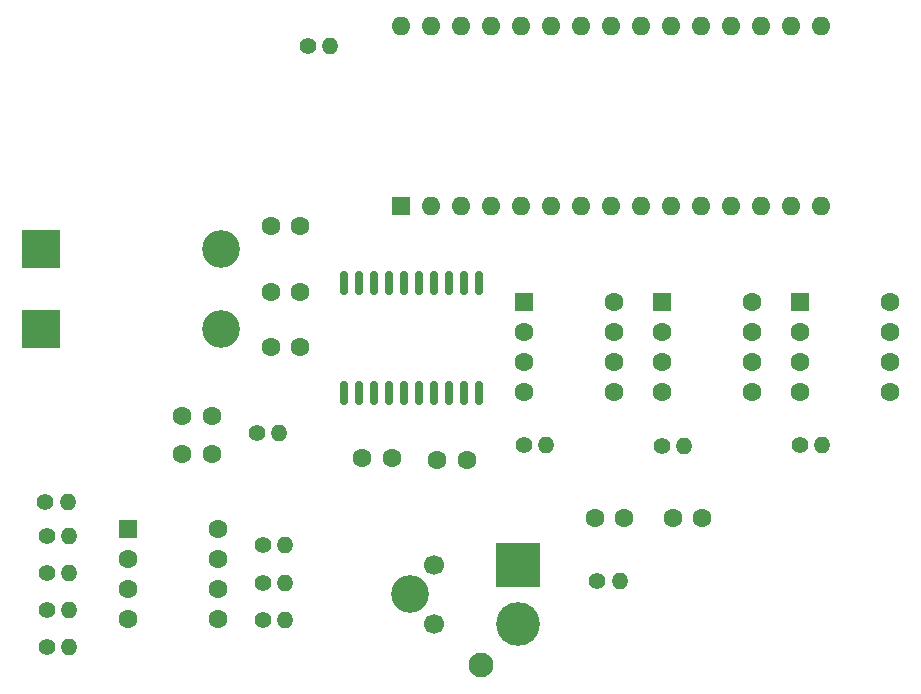
<source format=gbr>
%TF.GenerationSoftware,KiCad,Pcbnew,9.0.1*%
%TF.CreationDate,2025-05-22T16:31:06+05:30*%
%TF.ProjectId,escDesign,65736344-6573-4696-976e-2e6b69636164,rev?*%
%TF.SameCoordinates,Original*%
%TF.FileFunction,Soldermask,Top*%
%TF.FilePolarity,Negative*%
%FSLAX46Y46*%
G04 Gerber Fmt 4.6, Leading zero omitted, Abs format (unit mm)*
G04 Created by KiCad (PCBNEW 9.0.1) date 2025-05-22 16:31:06*
%MOMM*%
%LPD*%
G01*
G04 APERTURE LIST*
G04 Aperture macros list*
%AMRoundRect*
0 Rectangle with rounded corners*
0 $1 Rounding radius*
0 $2 $3 $4 $5 $6 $7 $8 $9 X,Y pos of 4 corners*
0 Add a 4 corners polygon primitive as box body*
4,1,4,$2,$3,$4,$5,$6,$7,$8,$9,$2,$3,0*
0 Add four circle primitives for the rounded corners*
1,1,$1+$1,$2,$3*
1,1,$1+$1,$4,$5*
1,1,$1+$1,$6,$7*
1,1,$1+$1,$8,$9*
0 Add four rect primitives between the rounded corners*
20,1,$1+$1,$2,$3,$4,$5,0*
20,1,$1+$1,$4,$5,$6,$7,0*
20,1,$1+$1,$6,$7,$8,$9,0*
20,1,$1+$1,$8,$9,$2,$3,0*%
G04 Aperture macros list end*
%ADD10C,1.400000*%
%ADD11O,1.400000X1.400000*%
%ADD12C,1.600000*%
%ADD13RoundRect,0.250000X-0.550000X-0.550000X0.550000X-0.550000X0.550000X0.550000X-0.550000X0.550000X0*%
%ADD14R,3.200000X3.200000*%
%ADD15O,3.200000X3.200000*%
%ADD16R,1.600000X1.600000*%
%ADD17O,1.600000X1.600000*%
%ADD18C,1.700000*%
%ADD19R,3.700000X3.700000*%
%ADD20C,3.700000*%
%ADD21C,2.100000*%
%ADD22C,3.200000*%
%ADD23RoundRect,0.150000X0.150000X-0.875000X0.150000X0.875000X-0.150000X0.875000X-0.150000X-0.875000X0*%
G04 APERTURE END LIST*
D10*
%TO.C,R9*%
X152003000Y-147422000D03*
D11*
X153903000Y-147422000D03*
%TD*%
D10*
%TO.C,R10*%
X197490000Y-132588000D03*
D11*
X199390000Y-132588000D03*
%TD*%
D12*
%TO.C,C3*%
X145181000Y-130175000D03*
X147681000Y-130175000D03*
%TD*%
%TO.C,C1*%
X160421000Y-133731000D03*
X162921000Y-133731000D03*
%TD*%
D13*
%TO.C,U10*%
X140589000Y-139700000D03*
D12*
X140589000Y-142240000D03*
X140589000Y-144780000D03*
X140589000Y-147320000D03*
X148209000Y-147320000D03*
X148209000Y-144780000D03*
X148209000Y-142240000D03*
X148209000Y-139700000D03*
%TD*%
D10*
%TO.C,R7*%
X152003000Y-141122000D03*
D11*
X153903000Y-141122000D03*
%TD*%
D12*
%TO.C,C7*%
X166771000Y-133858000D03*
X169271000Y-133858000D03*
%TD*%
D13*
%TO.C,U8*%
X174117000Y-120523000D03*
D12*
X174117000Y-123063000D03*
X174117000Y-125603000D03*
X174117000Y-128143000D03*
X181737000Y-128143000D03*
X181737000Y-125603000D03*
X181737000Y-123063000D03*
X181737000Y-120523000D03*
%TD*%
%TO.C,C9*%
X180126000Y-138811000D03*
X182626000Y-138811000D03*
%TD*%
D14*
%TO.C,D1*%
X133223000Y-116059000D03*
D15*
X148463000Y-116059000D03*
%TD*%
D10*
%TO.C,R2*%
X133736000Y-143433000D03*
D11*
X135636000Y-143433000D03*
%TD*%
D16*
%TO.C,A2*%
X163703000Y-112395000D03*
D17*
X166243000Y-112395000D03*
X168783000Y-112395000D03*
X171323000Y-112395000D03*
X173863000Y-112395000D03*
X176403000Y-112395000D03*
X178943000Y-112395000D03*
X181483000Y-112395000D03*
X184023000Y-112395000D03*
X186563000Y-112395000D03*
X189103000Y-112395000D03*
X191643000Y-112395000D03*
X194183000Y-112395000D03*
X196723000Y-112395000D03*
X199263000Y-112395000D03*
X199263000Y-97155000D03*
X196723000Y-97155000D03*
X194183000Y-97155000D03*
X191643000Y-97155000D03*
X189103000Y-97155000D03*
X186563000Y-97155000D03*
X184023000Y-97155000D03*
X181483000Y-97155000D03*
X178943000Y-97155000D03*
X176403000Y-97155000D03*
X173863000Y-97155000D03*
X171323000Y-97155000D03*
X168783000Y-97155000D03*
X166243000Y-97155000D03*
X163703000Y-97155000D03*
%TD*%
D13*
%TO.C,U9*%
X197485000Y-120523000D03*
D12*
X197485000Y-123063000D03*
X197485000Y-125603000D03*
X197485000Y-128143000D03*
X205105000Y-128143000D03*
X205105000Y-125603000D03*
X205105000Y-123063000D03*
X205105000Y-120523000D03*
%TD*%
D10*
%TO.C,R11*%
X185785000Y-132715000D03*
D11*
X187685000Y-132715000D03*
%TD*%
D10*
%TO.C,R5*%
X180345000Y-144145000D03*
D11*
X182245000Y-144145000D03*
%TD*%
D10*
%TO.C,R6*%
X133600000Y-137439000D03*
D11*
X135500000Y-137439000D03*
%TD*%
D14*
%TO.C,D2*%
X133223000Y-122809000D03*
D15*
X148463000Y-122809000D03*
%TD*%
D10*
%TO.C,R8*%
X152003000Y-144272000D03*
D11*
X153903000Y-144272000D03*
%TD*%
D10*
%TO.C,RV1*%
X155813000Y-98806000D03*
D11*
X157713000Y-98806000D03*
%TD*%
D13*
%TO.C,U7*%
X185806000Y-120523000D03*
D12*
X185806000Y-123063000D03*
X185806000Y-125603000D03*
X185806000Y-128143000D03*
X193426000Y-128143000D03*
X193426000Y-125603000D03*
X193426000Y-123063000D03*
X193426000Y-120523000D03*
%TD*%
%TO.C,C4*%
X155174000Y-119634000D03*
X152674000Y-119634000D03*
%TD*%
D10*
%TO.C,R1*%
X133736000Y-140283000D03*
D11*
X135636000Y-140283000D03*
%TD*%
D10*
%TO.C,R12*%
X174122000Y-132588000D03*
D11*
X176022000Y-132588000D03*
%TD*%
D12*
%TO.C,C8*%
X186730000Y-138811000D03*
X189230000Y-138811000D03*
%TD*%
D10*
%TO.C,R4*%
X133736000Y-149733000D03*
D11*
X135636000Y-149733000D03*
%TD*%
D12*
%TO.C,C2*%
X145201000Y-133350000D03*
X147701000Y-133350000D03*
%TD*%
%TO.C,C6*%
X152694000Y-114046000D03*
X155194000Y-114046000D03*
%TD*%
%TO.C,C5*%
X152674000Y-124333000D03*
X155174000Y-124333000D03*
%TD*%
D10*
%TO.C,RV2*%
X151495000Y-131572000D03*
D11*
X153395000Y-131572000D03*
%TD*%
D18*
%TO.C,J1*%
X166497000Y-142748000D03*
X166497000Y-147748000D03*
D19*
X173647000Y-142748000D03*
D20*
X173647000Y-147748000D03*
D21*
X170497000Y-151248000D03*
D22*
X164497000Y-145248000D03*
%TD*%
D23*
%TO.C,U2*%
X158877000Y-128221000D03*
X160147000Y-128221000D03*
X161417000Y-128221000D03*
X162687000Y-128221000D03*
X163957000Y-128221000D03*
X165227000Y-128221000D03*
X166497000Y-128221000D03*
X167767000Y-128221000D03*
X169037000Y-128221000D03*
X170307000Y-128221000D03*
X170307000Y-118921000D03*
X169037000Y-118921000D03*
X167767000Y-118921000D03*
X166497000Y-118921000D03*
X165227000Y-118921000D03*
X163957000Y-118921000D03*
X162687000Y-118921000D03*
X161417000Y-118921000D03*
X160147000Y-118921000D03*
X158877000Y-118921000D03*
%TD*%
D10*
%TO.C,R3*%
X133736000Y-146583000D03*
D11*
X135636000Y-146583000D03*
%TD*%
M02*

</source>
